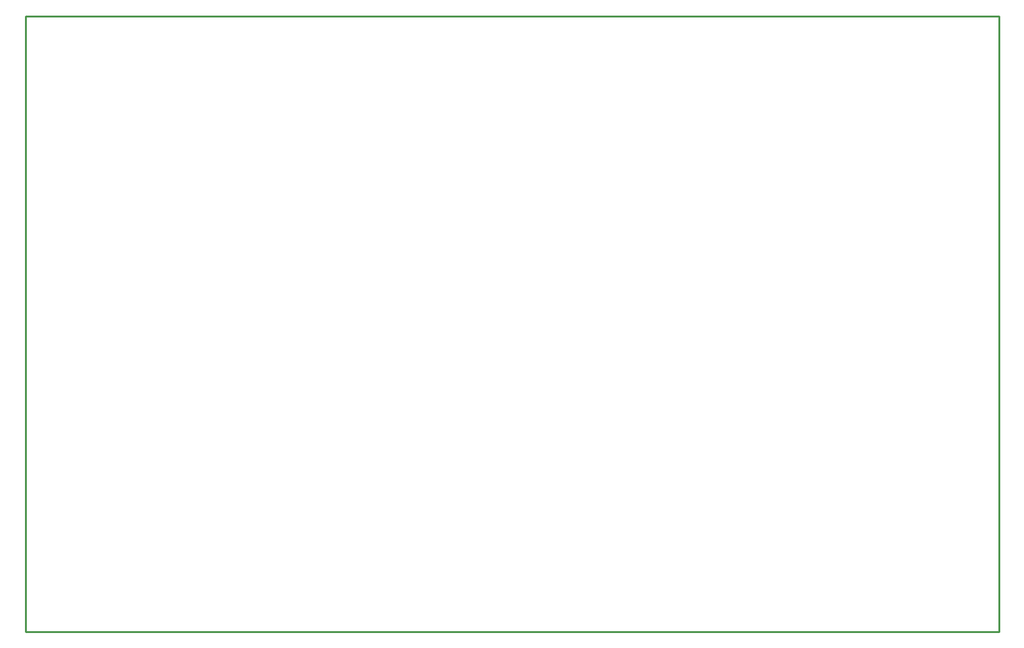
<source format=gko>
G04*
G04 #@! TF.GenerationSoftware,Altium Limited,Altium Designer,19.0.10 (269)*
G04*
G04 Layer_Color=16711935*
%FSLAX25Y25*%
%MOIN*%
G70*
G01*
G75*
%ADD12C,0.01000*%
D12*
X-259842Y164370D02*
X259842D01*
X-259842Y-164370D02*
Y164370D01*
Y-164370D02*
X259842D01*
Y164370D01*
M02*

</source>
